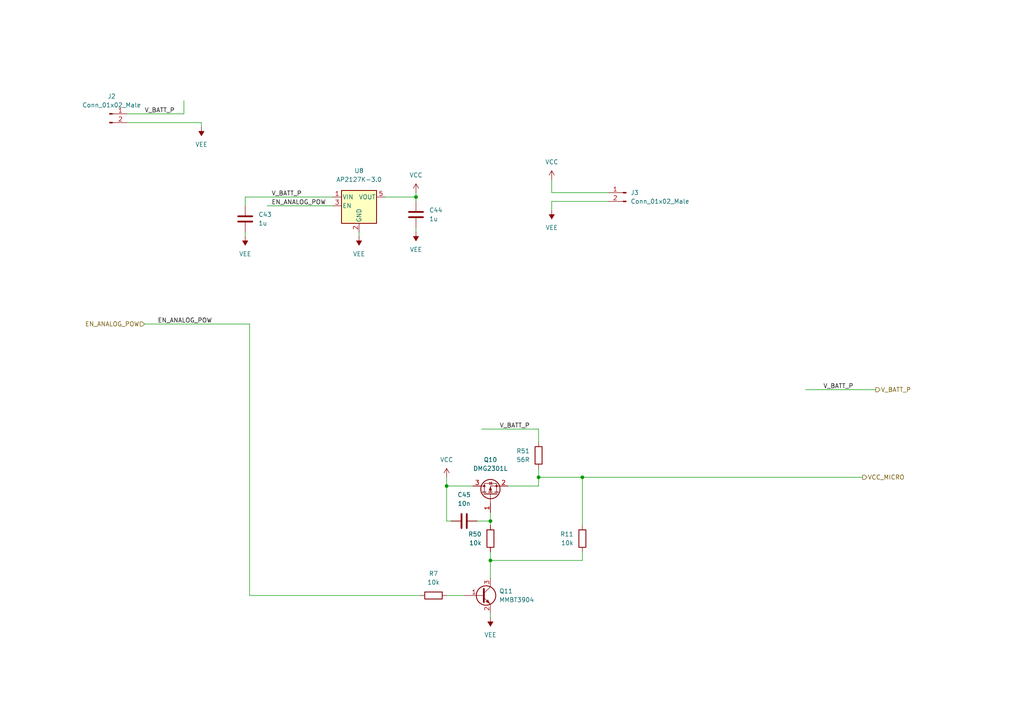
<source format=kicad_sch>
(kicad_sch (version 20211123) (generator eeschema)
  (paper "A4")
  (lib_symbols
    (symbol "Connector:Conn_01x02_Male" (pin_names (offset 1.016) hide)
      (property "Reference" "J" (at 0 2.54 0))
      (property "Value" "Conn_01x02_Male" (at 0 -5.08 0))
      (symbol "Conn_01x02_Male_1_1"
        (polyline (pts (xy 1.27 -2.54) (xy 0.8636 -2.54)) (stroke (width 0.1524)))
        (polyline (pts (xy 1.27 0) (xy 0.8636 0)) (stroke (width 0.1524)))
        (rectangle (start 0.8636 -2.413) (end 0 -2.667) (stroke (width 0.1524)) (fill (type outline)))
        (rectangle (start 0.8636 0.127) (end 0 -0.127) (stroke (width 0.1524)) (fill (type outline)))
        (pin passive line (at 5.08 0 180) (length 3.81) (name "Pin_1") (number "1"))
        (pin passive line (at 5.08 -2.54 180) (length 3.81) (name "Pin_2") (number "2"))
      )
    )
    (symbol "Device:C" (pin_numbers hide) (pin_names (offset 0.254))
      (property "Reference" "C" (at 0.635 2.54 0))
      (property "Value" "C" (at 0.635 -2.54 0))
      (symbol "C_0_1"
        (polyline (pts (xy -2.032 -0.762) (xy 2.032 -0.762)) (stroke (width 0.508)))
        (polyline (pts (xy -2.032 0.762) (xy 2.032 0.762)) (stroke (width 0.508)))
      )
      (symbol "C_1_1"
        (pin passive line (at 0 3.81 270) (length 2.794) (name "~") (number "1"))
        (pin passive line (at 0 -3.81 90) (length 2.794) (name "~") (number "2"))
      )
    )
    (symbol "Device:R" (pin_numbers hide) (pin_names (offset 0))
      (property "Reference" "R" (at 2.032 0 90))
      (property "Value" "R" (at 0 0 90))
      (symbol "R_0_1"
        (rectangle (start -1.016 -2.54) (end 1.016 2.54) (stroke (width 0.254)))
      )
      (symbol "R_1_1"
        (pin passive line (at 0 3.81 270) (length 1.27) (name "~") (number "1"))
        (pin passive line (at 0 -3.81 90) (length 1.27) (name "~") (number "2"))
      )
    )
    (symbol "Regulator_Linear:AP2127K-3.0" (pin_names (offset 0.254))
      (property "Reference" "U" (at -5.08 5.715 0))
      (property "Value" "AP2127K-3.0" (at 0 5.715 0))
      (symbol "AP2127K-3.0_0_1"
        (rectangle (start -5.08 4.445) (end 5.08 -5.08) (stroke (width 0.254)) (fill (type background)))
      )
      (symbol "AP2127K-3.0_1_1"
        (pin power_in line (at -7.62 2.54 0) (length 2.54) (name "VIN") (number "1"))
        (pin power_in line (at 0 -7.62 90) (length 2.54) (name "GND") (number "2"))
        (pin input line (at -7.62 0 0) (length 2.54) (name "EN") (number "3"))
        (pin no_connect line (at 5.08 0 180) (length 2.54) hide (name "NC") (number "4"))
        (pin power_out line (at 7.62 2.54 180) (length 2.54) (name "VOUT") (number "5"))
      )
    )
    (symbol "Transistor_BJT:MMBT3904" (pin_names (offset 0) hide)
      (property "Reference" "Q" (at 5.08 1.905 0))
      (property "Value" "MMBT3904" (at 5.08 0 0))
      (symbol "MMBT3904_0_1"
        (polyline (pts (xy 0.635 0.635) (xy 2.54 2.54)))
        (polyline (pts (xy 0.635 -0.635) (xy 2.54 -2.54) (xy 2.54 -2.54)))
        (polyline (pts (xy 0.635 1.905) (xy 0.635 -1.905) (xy 0.635 -1.905)) (stroke (width 0.508)))
        (polyline (pts (xy 1.27 -1.778) (xy 1.778 -1.27) (xy 2.286 -2.286) (xy 1.27 -1.778) (xy 1.27 -1.778)) (fill (type outline)))
        (circle (center 1.27 0) (radius 2.8194) (stroke (width 0.254)))
      )
      (symbol "MMBT3904_1_1"
        (pin input line (at -5.08 0 0) (length 5.715) (name "B") (number "1"))
        (pin passive line (at 2.54 -5.08 90) (length 2.54) (name "E") (number "2"))
        (pin passive line (at 2.54 5.08 270) (length 2.54) (name "C") (number "3"))
      )
    )
    (symbol "Transistor_FET:DMG2301L" (pin_names hide)
      (property "Reference" "Q" (at 5.08 1.905 0))
      (property "Value" "DMG2301L" (at 5.08 0 0))
      (symbol "DMG2301L_0_1"
        (polyline (pts (xy 0.254 0) (xy -2.54 0)))
        (polyline (pts (xy 0.254 1.905) (xy 0.254 -1.905)) (stroke (width 0.254)))
        (polyline (pts (xy 0.762 -1.27) (xy 0.762 -2.286)) (stroke (width 0.254)))
        (polyline (pts (xy 0.762 0.508) (xy 0.762 -0.508)) (stroke (width 0.254)))
        (polyline (pts (xy 0.762 2.286) (xy 0.762 1.27)) (stroke (width 0.254)))
        (polyline (pts (xy 2.54 2.54) (xy 2.54 1.778)))
        (polyline (pts (xy 2.54 -2.54) (xy 2.54 0) (xy 0.762 0)))
        (polyline (pts (xy 0.762 1.778) (xy 3.302 1.778) (xy 3.302 -1.778) (xy 0.762 -1.778)))
        (polyline (pts (xy 2.286 0) (xy 1.27 0.381) (xy 1.27 -0.381) (xy 2.286 0)) (fill (type outline)))
        (polyline (pts (xy 2.794 -0.508) (xy 2.921 -0.381) (xy 3.683 -0.381) (xy 3.81 -0.254)))
        (polyline (pts (xy 3.302 -0.381) (xy 2.921 0.254) (xy 3.683 0.254) (xy 3.302 -0.381)))
        (circle (center 1.651 0) (radius 2.794) (stroke (width 0.254)))
        (circle (center 2.54 -1.778) (radius 0.254) (fill (type outline)))
        (circle (center 2.54 1.778) (radius 0.254) (fill (type outline)))
      )
      (symbol "DMG2301L_1_1"
        (pin input line (at -5.08 0 0) (length 2.54) (name "G") (number "1"))
        (pin passive line (at 2.54 -5.08 90) (length 2.54) (name "S") (number "2"))
        (pin passive line (at 2.54 5.08 270) (length 2.54) (name "D") (number "3"))
      )
    )
    (symbol "power:VCC" (power) (pin_names (offset 0))
      (property "Value" "VCC" (at 0 3.81 0))
      (symbol "VCC_0_1"
        (polyline (pts (xy -0.762 1.27) (xy 0 2.54)))
        (polyline (pts (xy 0 0) (xy 0 2.54)))
        (polyline (pts (xy 0 2.54) (xy 0.762 1.27)))
      )
      (symbol "VCC_1_1"
        (pin power_in line (at 0 0 90) (length 0) hide (name "VCC") (number "1"))
      )
    )
    (symbol "power:VEE" (power) (pin_names (offset 0))
      (property "Value" "VEE" (at 0 3.81 0))
      (symbol "VEE_0_1"
        (polyline (pts (xy 0 0) (xy 0 2.54)))
        (polyline (pts (xy 0.762 1.27) (xy -0.762 1.27) (xy 0 2.54) (xy 0.762 1.27)) (fill (type outline)))
      )
      (symbol "VEE_1_1"
        (pin power_in line (at 0 0 90) (length 0) hide (name "VEE") (number "1"))
      )
    )
  )
  (junction (at 142.24 151.13))
  (junction (at 156.21 138.43))
  (junction (at 142.24 162.56))
  (junction (at 129.54 140.97))
  (junction (at 168.91 138.43))
  (junction (at 120.65 57.15))
  (wire (pts (xy 142.24 151.13) (xy 142.24 152.4)))
  (wire (pts (xy 156.21 128.27) (xy 156.21 124.46)))
  (wire (pts (xy 129.54 140.97) (xy 129.54 138.43)))
  (wire (pts (xy 71.12 67.31) (xy 71.12 68.58)))
  (wire (pts (xy 130.81 151.13) (xy 129.54 151.13)))
  (wire (pts (xy 142.24 148.59) (xy 142.24 151.13)))
  (wire (pts (xy 36.83 33.02) (xy 53.34 33.02)))
  (wire (pts (xy 176.53 58.42) (xy 160.02 58.42)))
  (wire (pts (xy 53.34 29.21) (xy 53.34 33.02)))
  (wire (pts (xy 121.92 172.72) (xy 72.39 172.72)))
  (wire (pts (xy 142.24 162.56) (xy 142.24 167.64)))
  (wire (pts (xy 156.21 138.43) (xy 168.91 138.43)))
  (wire (pts (xy 176.53 55.88) (xy 160.02 55.88)))
  (wire (pts (xy 72.39 172.72) (xy 72.39 93.98)))
  (wire (pts (xy 138.43 151.13) (xy 142.24 151.13)))
  (wire (pts (xy 156.21 124.46) (xy 139.7 124.46)))
  (wire (pts (xy 36.83 35.56) (xy 58.42 35.56)))
  (wire (pts (xy 71.12 57.15) (xy 96.52 57.15)))
  (wire (pts (xy 104.14 67.31) (xy 104.14 68.58)))
  (wire (pts (xy 156.21 138.43) (xy 156.21 135.89)))
  (wire (pts (xy 41.91 93.98) (xy 72.39 93.98)))
  (wire (pts (xy 142.24 177.8) (xy 142.24 179.07)))
  (wire (pts (xy 129.54 172.72) (xy 134.62 172.72)))
  (wire (pts (xy 120.65 55.88) (xy 120.65 57.15)))
  (wire (pts (xy 142.24 162.56) (xy 168.91 162.56)))
  (wire (pts (xy 233.68 113.03) (xy 254 113.03)))
  (wire (pts (xy 160.02 52.07) (xy 160.02 55.88)))
  (wire (pts (xy 168.91 160.02) (xy 168.91 162.56)))
  (wire (pts (xy 129.54 151.13) (xy 129.54 140.97)))
  (wire (pts (xy 147.32 140.97) (xy 156.21 140.97)))
  (wire (pts (xy 58.42 35.56) (xy 58.42 36.83)))
  (wire (pts (xy 168.91 138.43) (xy 250.19 138.43)))
  (wire (pts (xy 111.76 57.15) (xy 120.65 57.15)))
  (wire (pts (xy 168.91 138.43) (xy 168.91 152.4)))
  (wire (pts (xy 120.65 66.04) (xy 120.65 67.31)))
  (wire (pts (xy 156.21 140.97) (xy 156.21 138.43)))
  (wire (pts (xy 120.65 57.15) (xy 120.65 58.42)))
  (wire (pts (xy 77.47 59.69) (xy 96.52 59.69)))
  (wire (pts (xy 137.16 140.97) (xy 129.54 140.97)))
  (wire (pts (xy 160.02 58.42) (xy 160.02 60.96)))
  (wire (pts (xy 71.12 57.15) (xy 71.12 59.69)))
  (wire (pts (xy 142.24 160.02) (xy 142.24 162.56)))
  (label "V_BATT_P" (at 153.67 124.46 180))
  (label "V_BATT_P" (at 238.76 113.03 0))
  (label "V_BATT_P" (at 78.74 57.15 0))
  (label "EN_ANALOG_POW" (at 45.72 93.98 0))
  (label "EN_ANALOG_POW" (at 78.74 59.69 0))
  (label "V_BATT_P" (at 41.91 33.02 0))
  (hierarchical_label "V_BATT_P" (shape output) (at 254 113.03 0))
  (hierarchical_label "EN_ANALOG_POW" (shape input) (at 41.91 93.98 180))
  (hierarchical_label "VCC_MICRO" (shape output) (at 250.19 138.43 0))
  (symbol (lib_id "Device:C") (at 134.62 151.13 90) (mirror x) (unit 1)
    (property "Reference" "C45" (at 134.62 143.51 90))
    (property "Value" "10n" (at 134.62 146.05 90))
    (property "Footprint" "Capacitor_SMD:C_0603_1608Metric" (effects hide))
  )
  (symbol (lib_id "power:VCC") (at 120.65 55.88 0) (unit 1)
    (property "Reference" "#PWR0174" (effects hide))
    (property "Value" "VCC" (at 120.65 50.8 0))
  )
  (symbol (lib_id "power:VEE") (at 142.24 179.07 180) (unit 1)
    (property "Reference" "#PWR0131" (effects hide))
    (property "Value" "VEE" (at 142.24 184.15 0))
  )
  (symbol (lib_id "power:VEE") (at 160.02 60.96 0) (mirror x) (unit 1)
    (property "Reference" "#PWR0159" (effects hide))
    (property "Value" "VEE" (at 160.02 66.04 0))
  )
  (symbol (lib_id "Device:C") (at 71.12 63.5 0) (unit 1)
    (property "Reference" "C43" (at 74.93 62.2299 0) (effects (justify left)))
    (property "Value" "1u" (at 74.93 64.7699 0) (effects (justify left)))
    (property "Footprint" "Capacitor_SMD:C_0603_1608Metric" (effects hide))
  )
  (symbol (lib_id "Device:R") (at 168.91 156.21 0) (mirror x) (unit 1)
    (property "Reference" "R11" (at 166.37 154.9399 0) (effects (justify right)))
    (property "Value" "10k" (at 166.37 157.4799 0) (effects (justify right)))
    (property "Footprint" "Capacitor_SMD:C_0603_1608Metric" (effects hide))
  )
  (symbol (lib_id "Connector:Conn_01x02_Male") (at 181.61 55.88 0) (mirror y) (unit 1)
    (property "Reference" "J3" (at 182.88 55.8799 0) (effects (justify right)))
    (property "Value" "Conn_01x02_Male" (at 182.88 58.4199 0) (effects (justify right)))
    (property "Footprint" "seb_fp:JST-ZH-2" (effects hide))
  )
  (symbol (lib_id "Regulator_Linear:AP2127K-3.0") (at 104.14 59.69 0) (unit 1)
    (property "Reference" "U8" (at 104.14 49.53 0))
    (property "Value" "AP2127K-3.0" (at 104.14 52.07 0))
    (property "Footprint" "Package_TO_SOT_SMD:SOT-23-5" (effects hide))
    (property "Datasheet" "https://www.diodes.com/assets/Datasheets/AP2127.pdf" (effects hide))
  )
  (symbol (lib_id "Device:R") (at 125.73 172.72 270) (mirror x) (unit 1)
    (property "Reference" "R7" (at 125.73 166.37 90))
    (property "Value" "10k" (at 125.73 168.91 90))
    (property "Footprint" "Capacitor_SMD:C_0603_1608Metric" (effects hide))
  )
  (symbol (lib_id "Device:R") (at 156.21 132.08 0) (mirror x) (unit 1)
    (property "Reference" "R51" (at 153.67 130.8099 0) (effects (justify right)))
    (property "Value" "56R" (at 153.67 133.3499 0) (effects (justify right)))
    (property "Footprint" "Capacitor_SMD:C_0603_1608Metric" (effects hide))
  )
  (symbol (lib_id "power:VEE") (at 104.14 68.58 180) (unit 1)
    (property "Reference" "#PWR0172" (effects hide))
    (property "Value" "VEE" (at 104.14 73.66 0))
  )
  (symbol (lib_id "Device:R") (at 142.24 156.21 0) (mirror x) (unit 1)
    (property "Reference" "R50" (at 139.7 154.9399 0) (effects (justify right)))
    (property "Value" "10k" (at 139.7 157.4799 0) (effects (justify right)))
    (property "Footprint" "Capacitor_SMD:C_0603_1608Metric" (effects hide))
  )
  (symbol (lib_id "power:VEE") (at 58.42 36.83 180) (unit 1)
    (property "Reference" "#PWR0175" (effects hide))
    (property "Value" "VEE" (at 58.42 41.91 0))
  )
  (symbol (lib_id "Device:C") (at 120.65 62.23 0) (unit 1)
    (property "Reference" "C44" (at 124.46 60.9599 0) (effects (justify left)))
    (property "Value" "1u" (at 124.46 63.4999 0) (effects (justify left)))
    (property "Footprint" "Capacitor_SMD:C_0603_1608Metric" (effects hide))
  )
  (symbol (lib_id "power:VEE") (at 120.65 67.31 180) (unit 1)
    (property "Reference" "#PWR0173" (effects hide))
    (property "Value" "VEE" (at 120.65 72.39 0))
  )
  (symbol (lib_id "Connector:Conn_01x02_Male") (at 31.75 33.02 0) (unit 1)
    (property "Reference" "J2" (at 32.385 27.94 0))
    (property "Value" "Conn_01x02_Male" (at 32.385 30.48 0))
    (property "Footprint" "seb_fp:JST-ZH-2" (effects hide))
  )
  (symbol (lib_id "power:VEE") (at 71.12 68.58 180) (unit 1)
    (property "Reference" "#PWR0176" (effects hide))
    (property "Value" "VEE" (at 71.12 73.66 0))
  )
  (symbol (lib_id "Transistor_BJT:MMBT3904") (at 139.7 172.72 0) (unit 1)
    (property "Reference" "Q11" (at 144.78 171.4499 0) (effects (justify left)))
    (property "Value" "MMBT3904" (at 144.78 173.9899 0) (effects (justify left)))
    (property "Footprint" "Package_TO_SOT_SMD:SOT-23" (effects hide))
    (property "Datasheet" "https://www.onsemi.com/pub/Collateral/2N3903-D.PDF" (effects hide))
  )
  (symbol (lib_id "power:VCC") (at 129.54 138.43 0) (mirror y) (unit 1)
    (property "Reference" "#PWR0169" (effects hide))
    (property "Value" "VCC" (at 129.54 133.35 0))
  )
  (symbol (lib_id "power:VCC") (at 160.02 52.07 0) (unit 1)
    (property "Reference" "#PWR0154" (effects hide))
    (property "Value" "VCC" (at 160.02 46.99 0))
  )
  (symbol (lib_id "Transistor_FET:DMG2301L") (at 142.24 143.51 90) (unit 1)
    (property "Reference" "Q10" (at 142.24 133.35 90))
    (property "Value" "DMG2301L" (at 142.24 135.89 90))
    (property "Footprint" "Package_TO_SOT_SMD:SOT-23" (effects hide))
    (property "Datasheet" "https://www.diodes.com/assets/Datasheets/DMG2301L.pdf" (effects hide))
  )
)
</source>
